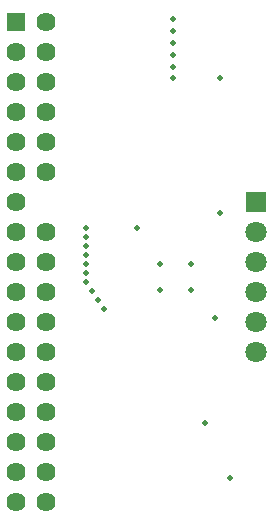
<source format=gbs>
%FSLAX33Y33*%
%MOMM*%
%ADD10C,0.508*%
%ADD11C,1.8*%
%ADD12R,1.8X1.8*%
%ADD13R,1.62X1.62*%
%ADD14C,1.62*%
D10*
%LNbottom solder mask_traces*%
G01*
X18542Y17544D03*
X8636Y19050D03*
X7620Y24384D03*
X13946Y22096D03*
X7620Y21336D03*
X8128Y19812D03*
X7620Y22098D03*
X11938Y25146D03*
X7620Y22860D03*
X17745Y8675D03*
X15000Y39806D03*
X15000Y37806D03*
X15000Y41806D03*
X15000Y40806D03*
X7620Y20574D03*
X16554Y19904D03*
X15000Y38806D03*
X7620Y23622D03*
X19000Y26450D03*
X7620Y25146D03*
X16554Y22096D03*
X13946Y19904D03*
X18956Y37806D03*
X15000Y42806D03*
X9144Y18288D03*
X19850Y4000D03*
%LNbottom solder mask component 394882fa89dce1d5*%
D11*
X22050Y19730D03*
D12*
X22050Y27350D03*
D11*
X22050Y24810D03*
X22050Y14650D03*
X22050Y22270D03*
X22050Y17190D03*
%LNbottom solder mask component 16a6f52c2bd1ff97*%
D13*
X1730Y42590D03*
D14*
X4270Y42590D03*
X1730Y40050D03*
X4270Y40050D03*
X1730Y37510D03*
X4270Y37510D03*
X1730Y34970D03*
X4270Y34970D03*
X1730Y32430D03*
X4270Y32430D03*
X1730Y29890D03*
X4270Y29890D03*
X1730Y27350D03*
X1730Y24810D03*
X4270Y24810D03*
X1730Y22270D03*
X4270Y22270D03*
X1730Y19730D03*
X4270Y19730D03*
X1730Y17190D03*
X4270Y17190D03*
X1730Y14650D03*
X4270Y14650D03*
X1730Y12110D03*
X4270Y12110D03*
X1730Y9570D03*
X4270Y9570D03*
X1730Y7030D03*
X4270Y7030D03*
X1730Y4490D03*
X4270Y4490D03*
X1730Y1950D03*
X4270Y1950D03*
M02*
</source>
